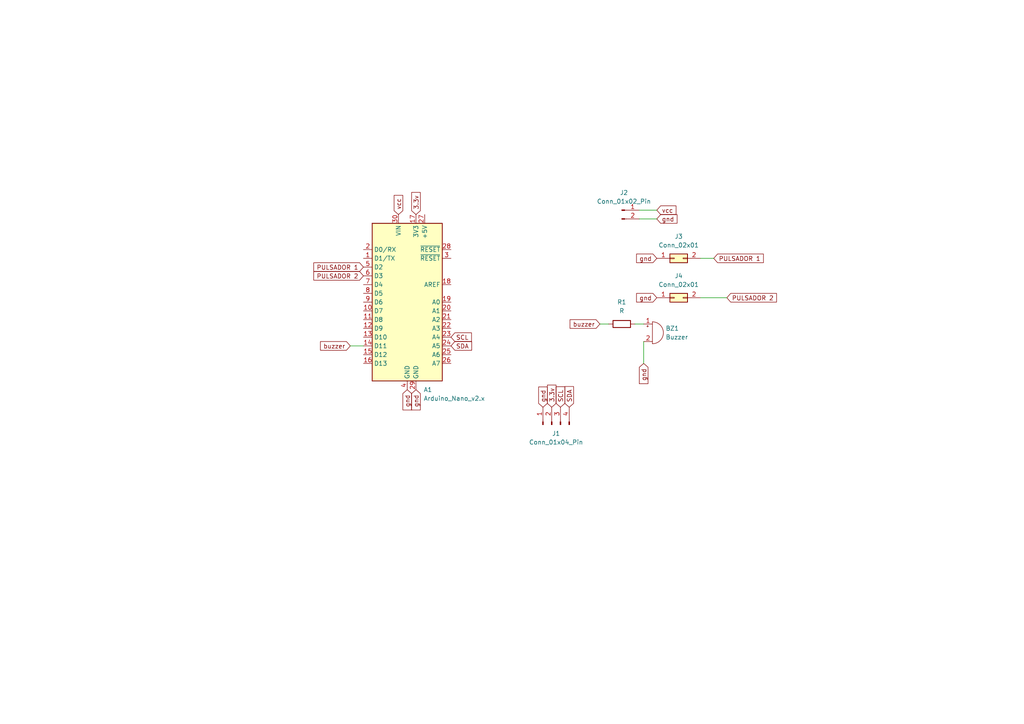
<source format=kicad_sch>
(kicad_sch (version 20230121) (generator eeschema)
  (paper "A4")
  (lib_symbols
    (symbol "Connector:Conn_01x02_Pin" (pin_names (offset 1.016) hide)
      (property "Reference" "J" (at 0 2.54 0))
      (property "Value" "Conn_01x02_Pin" (at 0 -5.08 0))
      (symbol "Conn_01x02_Pin_1_1"
        (polyline (pts (xy 1.27 -2.54) (xy 0.8636 -2.54)) (stroke (width 0.1524)))
        (polyline (pts (xy 1.27 0) (xy 0.8636 0)) (stroke (width 0.1524)))
        (rectangle (start 0.8636 -2.413) (end 0 -2.667) (stroke (width 0.1524)) (fill (type outline)))
        (rectangle (start 0.8636 0.127) (end 0 -0.127) (stroke (width 0.1524)) (fill (type outline)))
        (pin passive line (at 5.08 0 180) (length 3.81) (name "Pin_1") (number "1"))
        (pin passive line (at 5.08 -2.54 180) (length 3.81) (name "Pin_2") (number "2"))
      )
    )
    (symbol "Connector:Conn_01x04_Pin" (pin_names (offset 1.016) hide)
      (property "Reference" "J" (at 0 5.08 0))
      (property "Value" "Conn_01x04_Pin" (at 0 -7.62 0))
      (symbol "Conn_01x04_Pin_1_1"
        (polyline (pts (xy 1.27 -5.08) (xy 0.8636 -5.08)) (stroke (width 0.1524)))
        (polyline (pts (xy 1.27 -2.54) (xy 0.8636 -2.54)) (stroke (width 0.1524)))
        (polyline (pts (xy 1.27 0) (xy 0.8636 0)) (stroke (width 0.1524)))
        (polyline (pts (xy 1.27 2.54) (xy 0.8636 2.54)) (stroke (width 0.1524)))
        (rectangle (start 0.8636 -4.953) (end 0 -5.207) (stroke (width 0.1524)) (fill (type outline)))
        (rectangle (start 0.8636 -2.413) (end 0 -2.667) (stroke (width 0.1524)) (fill (type outline)))
        (rectangle (start 0.8636 0.127) (end 0 -0.127) (stroke (width 0.1524)) (fill (type outline)))
        (rectangle (start 0.8636 2.667) (end 0 2.413) (stroke (width 0.1524)) (fill (type outline)))
        (pin passive line (at 5.08 2.54 180) (length 3.81) (name "Pin_1") (number "1"))
        (pin passive line (at 5.08 0 180) (length 3.81) (name "Pin_2") (number "2"))
        (pin passive line (at 5.08 -2.54 180) (length 3.81) (name "Pin_3") (number "3"))
        (pin passive line (at 5.08 -5.08 180) (length 3.81) (name "Pin_4") (number "4"))
      )
    )
    (symbol "Connector_Generic:Conn_02x01" (pin_names (offset 1.016) hide)
      (property "Reference" "J" (at 1.27 2.54 0))
      (property "Value" "Conn_02x01" (at 1.27 -2.54 0))
      (symbol "Conn_02x01_1_1"
        (rectangle (start -1.27 0.127) (end 0 -0.127) (stroke (width 0.1524)))
        (rectangle (start -1.27 1.27) (end 3.81 -1.27) (stroke (width 0.254)) (fill (type background)))
        (rectangle (start 3.81 0.127) (end 2.54 -0.127) (stroke (width 0.1524)))
        (pin passive line (at -5.08 0 0) (length 3.81) (name "Pin_1") (number "1"))
        (pin passive line (at 7.62 0 180) (length 3.81) (name "Pin_2") (number "2"))
      )
    )
    (symbol "Device:Buzzer" (pin_names (offset 0.0254) hide)
      (property "Reference" "BZ" (at 3.81 1.27 0))
      (property "Value" "Buzzer" (at 3.81 -1.27 0))
      (symbol "Buzzer_0_1"
        (arc (start 0 -3.175) (mid 3.1612 0) (end 0 3.175))
        (polyline (pts (xy -1.651 1.905) (xy -1.143 1.905)))
        (polyline (pts (xy -1.397 2.159) (xy -1.397 1.651)))
        (polyline (pts (xy 0 3.175) (xy 0 -3.175)))
      )
      (symbol "Buzzer_1_1"
        (pin passive line (at -2.54 2.54 0) (length 2.54) (name "-") (number "1"))
        (pin passive line (at -2.54 -2.54 0) (length 2.54) (name "+") (number "2"))
      )
    )
    (symbol "Device:R" (pin_numbers hide) (pin_names (offset 0))
      (property "Reference" "R" (at 2.032 0 90))
      (property "Value" "R" (at 0 0 90))
      (symbol "R_0_1"
        (rectangle (start -1.016 -2.54) (end 1.016 2.54) (stroke (width 0.254)))
      )
      (symbol "R_1_1"
        (pin passive line (at 0 3.81 270) (length 1.27) (name "~") (number "1"))
        (pin passive line (at 0 -3.81 90) (length 1.27) (name "~") (number "2"))
      )
    )
    (symbol "MCU_Module:Arduino_Nano_v2.x"
      (property "Reference" "A" (at -10.16 23.495 0))
      (property "Value" "Arduino_Nano_v2.x" (at 5.08 -24.13 0))
      (symbol "Arduino_Nano_v2.x_0_1"
        (rectangle (start -10.16 22.86) (end 10.16 -22.86) (stroke (width 0.254)) (fill (type background)))
      )
      (symbol "Arduino_Nano_v2.x_1_1"
        (pin bidirectional line (at -12.7 12.7 0) (length 2.54) (name "D1/TX") (number "1"))
        (pin bidirectional line (at -12.7 -2.54 0) (length 2.54) (name "D7") (number "10"))
        (pin bidirectional line (at -12.7 -5.08 0) (length 2.54) (name "D8") (number "11"))
        (pin bidirectional line (at -12.7 -7.62 0) (length 2.54) (name "D9") (number "12"))
        (pin bidirectional line (at -12.7 -10.16 0) (length 2.54) (name "D10") (number "13"))
        (pin bidirectional line (at -12.7 -12.7 0) (length 2.54) (name "D11") (number "14"))
        (pin bidirectional line (at -12.7 -15.24 0) (length 2.54) (name "D12") (number "15"))
        (pin bidirectional line (at -12.7 -17.78 0) (length 2.54) (name "D13") (number "16"))
        (pin power_out line (at 2.54 25.4 270) (length 2.54) (name "3V3") (number "17"))
        (pin input line (at 12.7 5.08 180) (length 2.54) (name "AREF") (number "18"))
        (pin bidirectional line (at 12.7 0 180) (length 2.54) (name "A0") (number "19"))
        (pin bidirectional line (at -12.7 15.24 0) (length 2.54) (name "D0/RX") (number "2"))
        (pin bidirectional line (at 12.7 -2.54 180) (length 2.54) (name "A1") (number "20"))
        (pin bidirectional line (at 12.7 -5.08 180) (length 2.54) (name "A2") (number "21"))
        (pin bidirectional line (at 12.7 -7.62 180) (length 2.54) (name "A3") (number "22"))
        (pin bidirectional line (at 12.7 -10.16 180) (length 2.54) (name "A4") (number "23"))
        (pin bidirectional line (at 12.7 -12.7 180) (length 2.54) (name "A5") (number "24"))
        (pin bidirectional line (at 12.7 -15.24 180) (length 2.54) (name "A6") (number "25"))
        (pin bidirectional line (at 12.7 -17.78 180) (length 2.54) (name "A7") (number "26"))
        (pin power_out line (at 5.08 25.4 270) (length 2.54) (name "+5V") (number "27"))
        (pin input line (at 12.7 15.24 180) (length 2.54) (name "~{RESET}") (number "28"))
        (pin power_in line (at 2.54 -25.4 90) (length 2.54) (name "GND") (number "29"))
        (pin input line (at 12.7 12.7 180) (length 2.54) (name "~{RESET}") (number "3"))
        (pin power_in line (at -2.54 25.4 270) (length 2.54) (name "VIN") (number "30"))
        (pin power_in line (at 0 -25.4 90) (length 2.54) (name "GND") (number "4"))
        (pin bidirectional line (at -12.7 10.16 0) (length 2.54) (name "D2") (number "5"))
        (pin bidirectional line (at -12.7 7.62 0) (length 2.54) (name "D3") (number "6"))
        (pin bidirectional line (at -12.7 5.08 0) (length 2.54) (name "D4") (number "7"))
        (pin bidirectional line (at -12.7 2.54 0) (length 2.54) (name "D5") (number "8"))
        (pin bidirectional line (at -12.7 0 0) (length 2.54) (name "D6") (number "9"))
      )
    )
  )
  (wire (pts (xy 101.6 100.33) (xy 105.41 100.33)))
  (wire (pts (xy 186.69 99.06) (xy 186.69 105.41)))
  (wire (pts (xy 207.01 74.93) (xy 203.2 74.93)))
  (wire (pts (xy 190.5 63.5) (xy 185.42 63.5)))
  (wire (pts (xy 173.99 93.98) (xy 176.53 93.98)))
  (wire (pts (xy 210.82 86.36) (xy 203.2 86.36)))
  (wire (pts (xy 184.15 93.98) (xy 186.69 93.98)))
  (wire (pts (xy 190.5 60.96) (xy 185.42 60.96)))
  (global_label "vcc" (shape input) (at 115.57 62.23 90) (property "Intersheetrefs" "${INTERSHEET_REFS}" (effects hide)))
  (global_label "PULSADOR 2" (shape input) (at 210.82 86.36 0) (property "Intersheetrefs" "${INTERSHEET_REFS}" (effects hide)))
  (global_label "gnd" (shape input) (at 190.5 63.5 0) (property "Intersheetrefs" "${INTERSHEET_REFS}" (effects hide)))
  (global_label "buzzer" (shape input) (at 173.99 93.98 180) (property "Intersheetrefs" "${INTERSHEET_REFS}" (effects hide)))
  (global_label "PULSADOR 1" (shape input) (at 207.01 74.93 0) (property "Intersheetrefs" "${INTERSHEET_REFS}" (effects hide)))
  (global_label "buzzer" (shape input) (at 101.6 100.33 180) (property "Intersheetrefs" "${INTERSHEET_REFS}" (effects hide)))
  (global_label "gnd" (shape input) (at 190.5 74.93 180) (property "Intersheetrefs" "${INTERSHEET_REFS}" (effects hide)))
  (global_label "vcc" (shape input) (at 190.5 60.96 0) (property "Intersheetrefs" "${INTERSHEET_REFS}" (effects hide)))
  (global_label "gnd" (shape input) (at 186.69 105.41 270) (property "Intersheetrefs" "${INTERSHEET_REFS}" (effects hide)))
  (global_label "PULSADOR 1" (shape input) (at 105.41 77.47 180) (property "Intersheetrefs" "${INTERSHEET_REFS}" (effects hide)))
  (global_label "SDA" (shape input) (at 130.81 100.33 0) (property "Intersheetrefs" "${INTERSHEET_REFS}" (effects hide)))
  (global_label "SCL" (shape input) (at 162.56 118.11 90) (property "Intersheetrefs" "${INTERSHEET_REFS}" (effects hide)))
  (global_label "SDA" (shape input) (at 165.1 118.11 90) (property "Intersheetrefs" "${INTERSHEET_REFS}" (effects hide)))
  (global_label "gnd" (shape input) (at 120.65 113.03 270) (property "Intersheetrefs" "${INTERSHEET_REFS}" (effects hide)))
  (global_label "SCL" (shape input) (at 130.81 97.79 0) (property "Intersheetrefs" "${INTERSHEET_REFS}" (effects hide)))
  (global_label "gnd" (shape input) (at 190.5 86.36 180) (property "Intersheetrefs" "${INTERSHEET_REFS}" (effects hide)))
  (global_label "gnd" (shape input) (at 118.11 113.03 270) (property "Intersheetrefs" "${INTERSHEET_REFS}" (effects hide)))
  (global_label "3.3v" (shape input) (at 120.65 62.23 90) (property "Intersheetrefs" "${INTERSHEET_REFS}" (effects hide)))
  (global_label "gnd" (shape input) (at 157.48 118.11 90) (property "Intersheetrefs" "${INTERSHEET_REFS}" (effects hide)))
  (global_label "PULSADOR 2" (shape input) (at 105.41 80.01 180) (property "Intersheetrefs" "${INTERSHEET_REFS}" (effects hide)))
  (global_label "3.3v" (shape input) (at 160.02 118.11 90) (property "Intersheetrefs" "${INTERSHEET_REFS}" (effects hide)))
  (symbol (lib_id "Connector:Conn_01x02_Pin") (at 180.34 60.96 0) (unit 1)
    (property "Reference" "J2" (at 180.975 55.88 0))
    (property "Value" "Conn_01x02_Pin" (at 180.975 58.42 0))
    (property "Footprint" "Connector_PinHeader_2.54mm:PinHeader_1x02_P2.54mm_Vertical" (effects hide))
  )
  (symbol (lib_id "MCU_Module:Arduino_Nano_v2.x") (at 118.11 87.63 0) (unit 1)
    (property "Reference" "A1" (at 122.8441 113.03 0) (effects (justify left)))
    (property "Value" "Arduino_Nano_v2.x" (at 122.8441 115.57 0) (effects (justify left)))
    (property "Footprint" "Module:Arduino_Nano" (effects hide))
    (property "Datasheet" "https://www.arduino.cc/en/uploads/Main/ArduinoNanoManual23.pdf" (effects hide))
  )
  (symbol (lib_id "Connector_Generic:Conn_02x01") (at 195.58 74.93 0) (unit 1)
    (property "Reference" "J3" (at 196.85 68.58 0))
    (property "Value" "Conn_02x01" (at 196.85 71.12 0))
    (property "Footprint" "BUTT-2:SW_BUTT-2" (effects hide))
  )
  (symbol (lib_id "Device:Buzzer") (at 189.23 96.52 0) (unit 1)
    (property "Reference" "BZ1" (at 193.04 95.25 0) (effects (justify left)))
    (property "Value" "Buzzer" (at 193.04 97.79 0) (effects (justify left)))
    (property "Footprint" "EESTN5:Buzzer_12mm" (effects hide))
  )
  (symbol (lib_id "Connector:Conn_01x04_Pin") (at 160.02 123.19 90) (unit 1)
    (property "Reference" "J1" (at 161.29 125.73 90))
    (property "Value" "Conn_01x04_Pin" (at 161.29 128.27 90))
    (property "Footprint" "Connector_PinHeader_2.54mm:PinHeader_1x04_P2.54mm_Vertical" (effects hide))
  )
  (symbol (lib_id "Device:R") (at 180.34 93.98 90) (unit 1)
    (property "Reference" "R1" (at 180.34 87.63 90))
    (property "Value" "R" (at 180.34 90.17 90))
    (property "Footprint" "EESTN5:RES0.2" (effects hide))
  )
  (symbol (lib_id "Connector_Generic:Conn_02x01") (at 195.58 86.36 0) (unit 1)
    (property "Reference" "J4" (at 196.85 80.01 0))
    (property "Value" "Conn_02x01" (at 196.85 82.55 0))
    (property "Footprint" "BUTT-2:SW_BUTT-2" (effects hide))
  )
)
</source>
